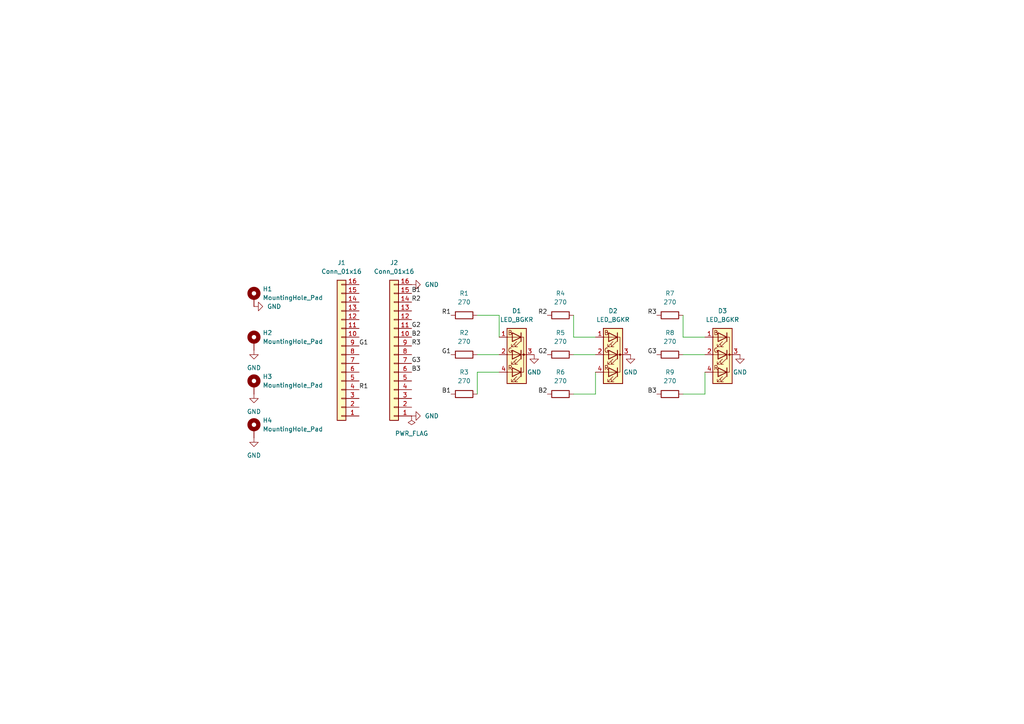
<source format=kicad_sch>
(kicad_sch (version 20211123) (generator eeschema)
  (paper "A4")
  (title_block (title "garbage-day-indicator-schematic") (date "2022-06-04") (rev "r0"))
  (lib_symbols
    (symbol "Connector_Generic:Conn_01x16" (pin_names (offset 1.016) hide)
      (property "Reference" "J" (at 0 20.32 0))
      (property "Value" "Conn_01x16" (at 0 -22.86 0))
      (symbol "Conn_01x16_1_1"
        (rectangle (start -1.27 -20.193) (end 0 -20.447) (stroke (width 0.1524)))
        (rectangle (start -1.27 -17.653) (end 0 -17.907) (stroke (width 0.1524)))
        (rectangle (start -1.27 -15.113) (end 0 -15.367) (stroke (width 0.1524)))
        (rectangle (start -1.27 -12.573) (end 0 -12.827) (stroke (width 0.1524)))
        (rectangle (start -1.27 -10.033) (end 0 -10.287) (stroke (width 0.1524)))
        (rectangle (start -1.27 -7.493) (end 0 -7.747) (stroke (width 0.1524)))
        (rectangle (start -1.27 -4.953) (end 0 -5.207) (stroke (width 0.1524)))
        (rectangle (start -1.27 -2.413) (end 0 -2.667) (stroke (width 0.1524)))
        (rectangle (start -1.27 0.127) (end 0 -0.127) (stroke (width 0.1524)))
        (rectangle (start -1.27 2.667) (end 0 2.413) (stroke (width 0.1524)))
        (rectangle (start -1.27 5.207) (end 0 4.953) (stroke (width 0.1524)))
        (rectangle (start -1.27 7.747) (end 0 7.493) (stroke (width 0.1524)))
        (rectangle (start -1.27 10.287) (end 0 10.033) (stroke (width 0.1524)))
        (rectangle (start -1.27 12.827) (end 0 12.573) (stroke (width 0.1524)))
        (rectangle (start -1.27 15.367) (end 0 15.113) (stroke (width 0.1524)))
        (rectangle (start -1.27 17.907) (end 0 17.653) (stroke (width 0.1524)))
        (rectangle (start -1.27 19.05) (end 1.27 -21.59) (stroke (width 0.254)) (fill (type background)))
        (pin passive line (at -5.08 17.78 0) (length 3.81) (name "Pin_1") (number "1"))
        (pin passive line (at -5.08 -5.08 0) (length 3.81) (name "Pin_10") (number "10"))
        (pin passive line (at -5.08 -7.62 0) (length 3.81) (name "Pin_11") (number "11"))
        (pin passive line (at -5.08 -10.16 0) (length 3.81) (name "Pin_12") (number "12"))
        (pin passive line (at -5.08 -12.7 0) (length 3.81) (name "Pin_13") (number "13"))
        (pin passive line (at -5.08 -15.24 0) (length 3.81) (name "Pin_14") (number "14"))
        (pin passive line (at -5.08 -17.78 0) (length 3.81) (name "Pin_15") (number "15"))
        (pin passive line (at -5.08 -20.32 0) (length 3.81) (name "Pin_16") (number "16"))
        (pin passive line (at -5.08 15.24 0) (length 3.81) (name "Pin_2") (number "2"))
        (pin passive line (at -5.08 12.7 0) (length 3.81) (name "Pin_3") (number "3"))
        (pin passive line (at -5.08 10.16 0) (length 3.81) (name "Pin_4") (number "4"))
        (pin passive line (at -5.08 7.62 0) (length 3.81) (name "Pin_5") (number "5"))
        (pin passive line (at -5.08 5.08 0) (length 3.81) (name "Pin_6") (number "6"))
        (pin passive line (at -5.08 2.54 0) (length 3.81) (name "Pin_7") (number "7"))
        (pin passive line (at -5.08 0 0) (length 3.81) (name "Pin_8") (number "8"))
        (pin passive line (at -5.08 -2.54 0) (length 3.81) (name "Pin_9") (number "9"))
      )
    )
    (symbol "Device:LED_BGKR" (pin_names (offset 0) hide)
      (property "Reference" "D" (at 0 9.398 0))
      (property "Value" "LED_BGKR" (at 0 -8.89 0))
      (symbol "LED_BGKR_0_0"
        (text "B" (at 1.905 -6.35 0) (effects (font (size 1.27 1.27))))
        (text "G" (at 1.905 -1.27 0) (effects (font (size 1.27 1.27))))
        (text "R" (at 1.905 3.81 0) (effects (font (size 1.27 1.27))))
      )
      (symbol "LED_BGKR_0_1"
        (circle (center -2.032 0) (radius 0.254) (fill (type outline)))
        (polyline (pts (xy -1.27 -5.08) (xy 1.27 -5.08)))
        (polyline (pts (xy -1.27 -3.81) (xy -1.27 -6.35)) (stroke (width 0.254)))
        (polyline (pts (xy -1.27 0) (xy -2.54 0)))
        (polyline (pts (xy -1.27 1.27) (xy -1.27 -1.27)) (stroke (width 0.254)))
        (polyline (pts (xy -1.27 5.08) (xy 1.27 5.08)))
        (polyline (pts (xy -1.27 6.35) (xy -1.27 3.81)) (stroke (width 0.254)))
        (polyline (pts (xy 1.27 -5.08) (xy 2.54 -5.08)))
        (polyline (pts (xy 1.27 0) (xy -1.27 0)))
        (polyline (pts (xy 1.27 0) (xy 2.54 0)))
        (polyline (pts (xy 1.27 5.08) (xy 2.54 5.08)))
        (polyline (pts (xy -1.27 1.27) (xy -1.27 -1.27) (xy -1.27 -1.27)))
        (polyline (pts (xy -1.27 6.35) (xy -1.27 3.81) (xy -1.27 3.81)))
        (polyline (pts (xy -1.27 5.08) (xy -2.032 5.08) (xy -2.032 -5.08) (xy -1.016 -5.08)))
        (polyline (pts (xy 1.27 -3.81) (xy 1.27 -6.35) (xy -1.27 -5.08) (xy 1.27 -3.81)) (stroke (width 0.254)))
        (polyline (pts (xy 1.27 1.27) (xy 1.27 -1.27) (xy -1.27 0) (xy 1.27 1.27)) (stroke (width 0.254)))
        (polyline (pts (xy 1.27 6.35) (xy 1.27 3.81) (xy -1.27 5.08) (xy 1.27 6.35)) (stroke (width 0.254)))
        (polyline (pts (xy -1.016 -3.81) (xy 0.508 -2.286) (xy -0.254 -2.286) (xy 0.508 -2.286) (xy 0.508 -3.048)))
        (polyline (pts (xy -1.016 1.27) (xy 0.508 2.794) (xy -0.254 2.794) (xy 0.508 2.794) (xy 0.508 2.032)))
        (polyline (pts (xy -1.016 6.35) (xy 0.508 7.874) (xy -0.254 7.874) (xy 0.508 7.874) (xy 0.508 7.112)))
        (polyline (pts (xy 0 -3.81) (xy 1.524 -2.286) (xy 0.762 -2.286) (xy 1.524 -2.286) (xy 1.524 -3.048)))
        (polyline (pts (xy 0 1.27) (xy 1.524 2.794) (xy 0.762 2.794) (xy 1.524 2.794) (xy 1.524 2.032)))
        (polyline (pts (xy 0 6.35) (xy 1.524 7.874) (xy 0.762 7.874) (xy 1.524 7.874) (xy 1.524 7.112)))
        (rectangle (start 1.27 -1.27) (end 1.27 1.27))
        (rectangle (start 1.27 1.27) (end 1.27 1.27))
        (rectangle (start 1.27 3.81) (end 1.27 6.35))
        (rectangle (start 1.27 6.35) (end 1.27 6.35))
        (rectangle (start 2.794 8.382) (end -2.794 -7.62) (stroke (width 0.254)) (fill (type background)))
      )
      (symbol "LED_BGKR_1_1"
        (pin passive line (at 5.08 -5.08 180) (length 2.54) (name "BA") (number "1"))
        (pin passive line (at 5.08 0 180) (length 2.54) (name "GA") (number "2"))
        (pin passive line (at -5.08 0 0) (length 2.54) (name "K") (number "3"))
        (pin passive line (at 5.08 5.08 180) (length 2.54) (name "RA") (number "4"))
      )
    )
    (symbol "Device:R" (pin_numbers hide) (pin_names (offset 0))
      (property "Reference" "R" (at 2.032 0 90))
      (property "Value" "R" (at 0 0 90))
      (symbol "R_0_1"
        (rectangle (start -1.016 -2.54) (end 1.016 2.54) (stroke (width 0.254)))
      )
      (symbol "R_1_1"
        (pin passive line (at 0 3.81 270) (length 1.27) (name "~") (number "1"))
        (pin passive line (at 0 -3.81 90) (length 1.27) (name "~") (number "2"))
      )
    )
    (symbol "Mechanical:MountingHole_Pad" (pin_numbers hide) (pin_names (offset 1.016) hide)
      (property "Reference" "H" (at 0 6.35 0))
      (property "Value" "MountingHole_Pad" (at 0 4.445 0))
      (symbol "MountingHole_Pad_0_1"
        (circle (center 0 1.27) (radius 1.27) (stroke (width 1.27)))
      )
      (symbol "MountingHole_Pad_1_1"
        (pin input line (at 0 -2.54 90) (length 2.54) (name "1") (number "1"))
      )
    )
    (symbol "power:GND" (power) (pin_names (offset 0))
      (property "Value" "GND" (at 0 -3.81 0))
      (symbol "GND_0_1"
        (polyline (pts (xy 0 0) (xy 0 -1.27) (xy 1.27 -1.27) (xy 0 -2.54) (xy -1.27 -1.27) (xy 0 -1.27)))
      )
      (symbol "GND_1_1"
        (pin power_in line (at 0 0 270) (length 0) hide (name "GND") (number "1"))
      )
    )
    (symbol "power:PWR_FLAG" (power) (pin_numbers hide) (pin_names (offset 0) hide)
      (property "Value" "PWR_FLAG" (at 0 3.81 0))
      (symbol "PWR_FLAG_0_0"
        (pin power_out line (at 0 0 90) (length 0) (name "pwr") (number "1"))
      )
      (symbol "PWR_FLAG_0_1"
        (polyline (pts (xy 0 0) (xy 0 1.27) (xy -1.016 1.905) (xy 0 2.54) (xy 1.016 1.905) (xy 0 1.27)))
      )
    )
  )
  (wire (pts (xy 198.12 91.44) (xy 198.12 97.79)))
  (wire (pts (xy 166.37 114.3) (xy 172.72 114.3)))
  (wire (pts (xy 138.43 114.3) (xy 138.43 107.95)))
  (wire (pts (xy 172.72 114.3) (xy 172.72 107.95)))
  (wire (pts (xy 138.43 102.87) (xy 144.78 102.87)))
  (wire (pts (xy 166.37 97.79) (xy 172.72 97.79)))
  (wire (pts (xy 166.37 91.44) (xy 166.37 97.79)))
  (wire (pts (xy 204.47 114.3) (xy 204.47 107.95)))
  (wire (pts (xy 166.37 102.87) (xy 172.72 102.87)))
  (wire (pts (xy 198.12 114.3) (xy 204.47 114.3)))
  (wire (pts (xy 144.78 91.44) (xy 144.78 97.79)))
  (wire (pts (xy 198.12 102.87) (xy 204.47 102.87)))
  (wire (pts (xy 138.43 91.44) (xy 144.78 91.44)))
  (wire (pts (xy 198.12 97.79) (xy 204.47 97.79)))
  (wire (pts (xy 138.43 107.95) (xy 144.78 107.95)))
  (label "R3" (at 190.5 91.44 180))
  (label "G2" (at 119.38 95.25 0))
  (label "G3" (at 190.5 102.87 180))
  (label "B1" (at 119.38 85.09 0))
  (label "B3" (at 190.5 114.3 180))
  (label "R1" (at 130.81 91.44 180))
  (label "B2" (at 119.38 97.79 0))
  (label "R2" (at 158.75 91.44 180))
  (label "G1" (at 130.81 102.87 180))
  (label "G2" (at 158.75 102.87 180))
  (label "R1" (at 104.14 113.03 0))
  (label "B1" (at 130.81 114.3 180))
  (label "B3" (at 119.38 107.95 0))
  (label "G3" (at 119.38 105.41 0))
  (label "B2" (at 158.75 114.3 180))
  (label "G1" (at 104.14 100.33 0))
  (label "R2" (at 119.38 87.63 0))
  (label "R3" (at 119.38 100.33 0))
  (symbol (lib_id "Device:R") (at 194.31 114.3 90) (unit 1)
    (property "Reference" "R9" (at 194.31 107.95 90))
    (property "Value" "270" (at 194.31 110.49 90))
    (property "Footprint" "Resistor_SMD:R_0603_1608Metric" (effects hide))
  )
  (symbol (lib_id "Device:LED_BGKR") (at 149.86 102.87 180) (unit 1)
    (property "Reference" "D1" (at 149.86 90.17 0))
    (property "Value" "LED_BGKR" (at 149.86 92.71 0))
    (property "Footprint" "LED_THT:LED_D5.0mm-4_RGB" (effects hide))
  )
  (symbol (lib_id "power:GND") (at 182.88 102.87 0) (unit 1)
    (property "Reference" "#PWR0105" (effects hide))
    (property "Value" "GND" (at 182.88 107.95 0))
  )
  (symbol (lib_id "Mechanical:MountingHole_Pad") (at 73.66 99.06 0) (unit 1)
    (property "Reference" "H2" (at 76.2 96.5199 0) (effects (justify left)))
    (property "Value" "MountingHole_Pad" (at 76.2 99.0599 0) (effects (justify left)))
    (property "Footprint" "MountingHole:MountingHole_3.2mm_M3_DIN965_Pad" (effects hide))
  )
  (symbol (lib_id "Device:LED_BGKR") (at 177.8 102.87 180) (unit 1)
    (property "Reference" "D2" (at 177.8 90.17 0))
    (property "Value" "LED_BGKR" (at 177.8 92.71 0))
    (property "Footprint" "LED_THT:LED_D5.0mm-4_RGB" (effects hide))
  )
  (symbol (lib_id "Device:R") (at 162.56 114.3 90) (unit 1)
    (property "Reference" "R6" (at 162.56 107.95 90))
    (property "Value" "270" (at 162.56 110.49 90))
    (property "Footprint" "Resistor_SMD:R_0603_1608Metric" (effects hide))
  )
  (symbol (lib_id "power:PWR_FLAG") (at 119.38 120.65 180) (unit 1)
    (property "Reference" "#FLG0101" (effects hide))
    (property "Value" "PWR_FLAG" (at 119.38 125.73 0))
  )
  (symbol (lib_id "power:GND") (at 73.66 114.3 0) (unit 1)
    (property "Reference" "#PWR02" (effects hide))
    (property "Value" "GND" (at 73.66 119.38 0))
  )
  (symbol (lib_id "Mechanical:MountingHole_Pad") (at 73.66 86.36 0) (unit 1)
    (property "Reference" "H1" (at 76.2 83.8199 0) (effects (justify left)))
    (property "Value" "MountingHole_Pad" (at 76.2 86.3599 0) (effects (justify left)))
    (property "Footprint" "MountingHole:MountingHole_3.2mm_M3_DIN965_Pad" (effects hide))
  )
  (symbol (lib_id "power:GND") (at 119.38 82.55 90) (unit 1)
    (property "Reference" "#PWR0102" (effects hide))
    (property "Value" "GND" (at 123.19 82.5499 90) (effects (justify right)))
  )
  (symbol (lib_id "power:GND") (at 73.66 101.6 0) (unit 1)
    (property "Reference" "#PWR01" (effects hide))
    (property "Value" "GND" (at 73.66 106.68 0))
  )
  (symbol (lib_id "Connector_Generic:Conn_01x16") (at 99.06 102.87 180) (unit 1)
    (property "Reference" "J1" (at 99.06 76.2 0))
    (property "Value" "Conn_01x16" (at 99.06 78.74 0))
    (property "Footprint" "Connector_PinSocket_2.54mm:PinSocket_1x16_P2.54mm_Vertical" (effects hide))
  )
  (symbol (lib_id "Device:R") (at 194.31 91.44 90) (unit 1)
    (property "Reference" "R7" (at 194.31 85.09 90))
    (property "Value" "270" (at 194.31 87.63 90))
    (property "Footprint" "Resistor_SMD:R_0603_1608Metric" (effects hide))
  )
  (symbol (lib_id "power:GND") (at 214.63 102.87 0) (unit 1)
    (property "Reference" "#PWR0104" (effects hide))
    (property "Value" "GND" (at 214.63 107.95 0))
  )
  (symbol (lib_id "Device:R") (at 134.62 91.44 90) (unit 1)
    (property "Reference" "R1" (at 134.62 85.09 90))
    (property "Value" "270" (at 134.62 87.63 90))
    (property "Footprint" "Resistor_SMD:R_0603_1608Metric" (effects hide))
  )
  (symbol (lib_id "Connector_Generic:Conn_01x16") (at 114.3 102.87 180) (unit 1)
    (property "Reference" "J2" (at 114.3 76.2 0))
    (property "Value" "Conn_01x16" (at 114.3 78.74 0))
    (property "Footprint" "Connector_PinSocket_2.54mm:PinSocket_1x16_P2.54mm_Vertical" (effects hide))
  )
  (symbol (lib_id "power:GND") (at 73.66 127 0) (unit 1)
    (property "Reference" "#PWR03" (effects hide))
    (property "Value" "GND" (at 73.66 132.08 0))
  )
  (symbol (lib_id "Device:R") (at 162.56 102.87 90) (unit 1)
    (property "Reference" "R5" (at 162.56 96.52 90))
    (property "Value" "270" (at 162.56 99.06 90))
    (property "Footprint" "Resistor_SMD:R_0603_1608Metric" (effects hide))
  )
  (symbol (lib_id "Mechanical:MountingHole_Pad") (at 73.66 124.46 0) (unit 1)
    (property "Reference" "H4" (at 76.2 121.9199 0) (effects (justify left)))
    (property "Value" "MountingHole_Pad" (at 76.2 124.4599 0) (effects (justify left)))
    (property "Footprint" "MountingHole:MountingHole_3.2mm_M3_DIN965_Pad" (effects hide))
  )
  (symbol (lib_id "power:GND") (at 154.94 102.87 0) (unit 1)
    (property "Reference" "#PWR0103" (effects hide))
    (property "Value" "GND" (at 154.94 107.95 0))
  )
  (symbol (lib_id "power:GND") (at 73.66 88.9 90) (unit 1)
    (property "Reference" "#PWR04" (effects hide))
    (property "Value" "GND" (at 77.47 88.8999 90) (effects (justify right)))
  )
  (symbol (lib_id "Mechanical:MountingHole_Pad") (at 73.66 111.76 0) (unit 1)
    (property "Reference" "H3" (at 76.2 109.2199 0) (effects (justify left)))
    (property "Value" "MountingHole_Pad" (at 76.2 111.7599 0) (effects (justify left)))
    (property "Footprint" "MountingHole:MountingHole_3.2mm_M3_DIN965_Pad" (effects hide))
  )
  (symbol (lib_id "Device:R") (at 194.31 102.87 90) (unit 1)
    (property "Reference" "R8" (at 194.31 96.52 90))
    (property "Value" "270" (at 194.31 99.06 90))
    (property "Footprint" "Resistor_SMD:R_0603_1608Metric" (effects hide))
  )
  (symbol (lib_id "Device:R") (at 134.62 102.87 90) (unit 1)
    (property "Reference" "R2" (at 134.62 96.52 90))
    (property "Value" "270" (at 134.62 99.06 90))
    (property "Footprint" "Resistor_SMD:R_0603_1608Metric" (effects hide))
  )
  (symbol (lib_id "Device:R") (at 134.62 114.3 90) (unit 1)
    (property "Reference" "R3" (at 134.62 107.95 90))
    (property "Value" "270" (at 134.62 110.49 90))
    (property "Footprint" "Resistor_SMD:R_0603_1608Metric" (effects hide))
  )
  (symbol (lib_id "power:GND") (at 119.38 120.65 90) (unit 1)
    (property "Reference" "#PWR0101" (effects hide))
    (property "Value" "GND" (at 123.19 120.6499 90) (effects (justify right)))
  )
  (symbol (lib_id "Device:LED_BGKR") (at 209.55 102.87 180) (unit 1)
    (property "Reference" "D3" (at 209.55 90.17 0))
    (property "Value" "LED_BGKR" (at 209.55 92.71 0))
    (property "Footprint" "LED_THT:LED_D5.0mm-4_RGB" (effects hide))
  )
  (symbol (lib_id "Device:R") (at 162.56 91.44 90) (unit 1)
    (property "Reference" "R4" (at 162.56 85.09 90))
    (property "Value" "270" (at 162.56 87.63 90))
    (property "Footprint" "Resistor_SMD:R_0603_1608Metric" (effects hide))
  )
)
</source>
